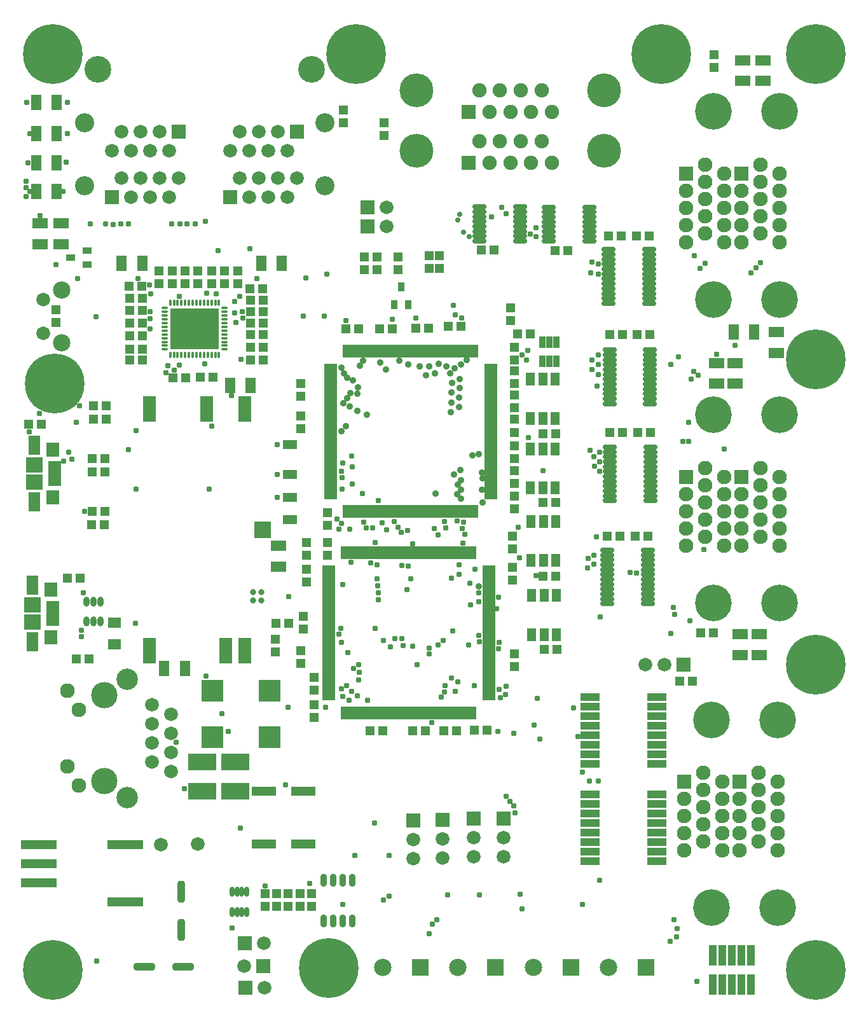
<source format=gts>
G04*
G04 #@! TF.GenerationSoftware,Altium Limited,Altium Designer,20.1.8 (145)*
G04*
G04 Layer_Color=8388736*
%FSLAX25Y25*%
%MOIN*%
G70*
G04*
G04 #@! TF.SameCoordinates,B2AC8D30-3016-4A67-80AC-21C0F90DA472*
G04*
G04*
G04 #@! TF.FilePolarity,Negative*
G04*
G01*
G75*
%ADD19R,0.04940X0.04940*%
%ADD20R,0.04940X0.04940*%
G04:AMPARAMS|DCode=21|XSize=69.87mil|YSize=23.02mil|CornerRadius=7.38mil|HoleSize=0mil|Usage=FLASHONLY|Rotation=90.000|XOffset=0mil|YOffset=0mil|HoleType=Round|Shape=RoundedRectangle|*
%AMROUNDEDRECTD21*
21,1,0.06987,0.00827,0,0,90.0*
21,1,0.05512,0.02302,0,0,90.0*
1,1,0.01476,0.00413,0.02756*
1,1,0.01476,0.00413,-0.02756*
1,1,0.01476,-0.00413,-0.02756*
1,1,0.01476,-0.00413,0.02756*
%
%ADD21ROUNDEDRECTD21*%
G04:AMPARAMS|DCode=22|XSize=69.87mil|YSize=23.02mil|CornerRadius=7.38mil|HoleSize=0mil|Usage=FLASHONLY|Rotation=180.000|XOffset=0mil|YOffset=0mil|HoleType=Round|Shape=RoundedRectangle|*
%AMROUNDEDRECTD22*
21,1,0.06987,0.00827,0,0,180.0*
21,1,0.05512,0.02302,0,0,180.0*
1,1,0.01476,-0.02756,0.00413*
1,1,0.01476,0.02756,0.00413*
1,1,0.01476,0.02756,-0.00413*
1,1,0.01476,-0.02756,-0.00413*
%
%ADD22ROUNDEDRECTD22*%
G04:AMPARAMS|DCode=23|XSize=114.36mil|YSize=37.59mil|CornerRadius=12.4mil|HoleSize=0mil|Usage=FLASHONLY|Rotation=0.000|XOffset=0mil|YOffset=0mil|HoleType=Round|Shape=RoundedRectangle|*
%AMROUNDEDRECTD23*
21,1,0.11436,0.01280,0,0,0.0*
21,1,0.08957,0.03759,0,0,0.0*
1,1,0.02480,0.04478,-0.00640*
1,1,0.02480,-0.04478,-0.00640*
1,1,0.02480,-0.04478,0.00640*
1,1,0.02480,0.04478,0.00640*
%
%ADD23ROUNDEDRECTD23*%
G04:AMPARAMS|DCode=24|XSize=114.36mil|YSize=37.59mil|CornerRadius=12.4mil|HoleSize=0mil|Usage=FLASHONLY|Rotation=90.000|XOffset=0mil|YOffset=0mil|HoleType=Round|Shape=RoundedRectangle|*
%AMROUNDEDRECTD24*
21,1,0.11436,0.01280,0,0,90.0*
21,1,0.08957,0.03759,0,0,90.0*
1,1,0.02480,0.00640,0.04478*
1,1,0.02480,0.00640,-0.04478*
1,1,0.02480,-0.00640,-0.04478*
1,1,0.02480,-0.00640,0.04478*
%
%ADD24ROUNDEDRECTD24*%
%ADD25R,0.05137X0.07106*%
%ADD26R,0.07499X0.05137*%
%ADD27R,0.05728X0.07893*%
%ADD28R,0.10200X0.04200*%
%ADD29R,0.06987X0.05570*%
%ADD30R,0.07893X0.05728*%
%ADD31O,0.07499X0.02775*%
%ADD32O,0.03562X0.06909*%
%ADD33O,0.01378X0.03543*%
%ADD34O,0.03543X0.01378*%
%ADD35R,0.25591X0.21260*%
%ADD36R,0.06712X0.07499*%
%ADD37R,0.06318X0.10255*%
%ADD38R,0.08680X0.08287*%
%ADD39R,0.06515X0.02775*%
%ADD40O,0.03562X0.05137*%
%ADD41O,0.02775X0.05334*%
%ADD42R,0.06712X0.13798*%
%ADD43R,0.08680X0.09074*%
%ADD44R,0.03562X0.05924*%
%ADD45R,0.18917X0.05137*%
%ADD46R,0.04192X0.10649*%
%ADD47R,0.14700X0.08700*%
%ADD48R,0.11830X0.11830*%
%ADD49R,0.03562X0.05137*%
%ADD50R,0.13011X0.05137*%
%ADD51R,0.04547X0.03562*%
%ADD52C,0.09074*%
%ADD53R,0.09074X0.09074*%
%ADD54C,0.17735*%
%ADD55C,0.07200*%
%ADD56R,0.07200X0.07200*%
%ADD57R,0.07200X0.07200*%
%ADD58C,0.07600*%
%ADD59R,0.07600X0.07600*%
%ADD60C,0.19200*%
%ADD61C,0.07700*%
%ADD62C,0.13800*%
%ADD63C,0.11200*%
%ADD64C,0.13995*%
%ADD65C,0.10058*%
%ADD66C,0.07499*%
%ADD67R,0.07499X0.07499*%
%ADD68C,0.04200*%
%ADD69C,0.31200*%
%ADD70C,0.03100*%
%ADD71C,0.03600*%
%ADD72C,0.02900*%
%ADD73C,0.03169*%
D19*
X127946Y389900D02*
D03*
X121254D02*
D03*
X397585Y348905D02*
D03*
X390892D02*
D03*
X469246Y255400D02*
D03*
X462554D02*
D03*
X203646Y414500D02*
D03*
X196953D02*
D03*
X217816Y414825D02*
D03*
X211123D02*
D03*
X154641Y364975D02*
D03*
X161334D02*
D03*
X141555Y309400D02*
D03*
X148248D02*
D03*
X152847Y266900D02*
D03*
X146153D02*
D03*
X358453Y481500D02*
D03*
X365146D02*
D03*
X397246Y480954D02*
D03*
X403939D02*
D03*
X161334Y371975D02*
D03*
X154641D02*
D03*
X161846Y392675D02*
D03*
X155154D02*
D03*
X161846Y399675D02*
D03*
X155154D02*
D03*
X390792Y385205D02*
D03*
X397485D02*
D03*
X391092Y310505D02*
D03*
X397785D02*
D03*
X391492Y272005D02*
D03*
X398185D02*
D03*
X174153Y423679D02*
D03*
X180847D02*
D03*
X174153Y429273D02*
D03*
X180847D02*
D03*
X174153Y449800D02*
D03*
X180847D02*
D03*
X174153Y455900D02*
D03*
X180847D02*
D03*
X244280Y423800D02*
D03*
X237587D02*
D03*
X244280Y430400D02*
D03*
X237587D02*
D03*
X244280Y448958D02*
D03*
X237587D02*
D03*
X244146Y454900D02*
D03*
X237454D02*
D03*
X174153Y443053D02*
D03*
X180847D02*
D03*
X174153Y436300D02*
D03*
X180847D02*
D03*
X173953Y462300D02*
D03*
X180647D02*
D03*
X244280Y443053D02*
D03*
X237587D02*
D03*
X244280Y437147D02*
D03*
X237587D02*
D03*
X244034Y461200D02*
D03*
X237341D02*
D03*
X330847Y440400D02*
D03*
X324153D02*
D03*
X250853Y285700D02*
D03*
X257546D02*
D03*
X305157Y440214D02*
D03*
X311850D02*
D03*
X294342D02*
D03*
X287650D02*
D03*
X347847Y441500D02*
D03*
X341154D02*
D03*
X354954Y229700D02*
D03*
X361647D02*
D03*
X329346Y229400D02*
D03*
X322654D02*
D03*
X307093D02*
D03*
X300400D02*
D03*
X338854Y229410D02*
D03*
X345547D02*
D03*
X161047Y337375D02*
D03*
X154353D02*
D03*
X480446Y280700D02*
D03*
X473753D02*
D03*
X384146Y437300D02*
D03*
X377453D02*
D03*
X447100Y437024D02*
D03*
X440407D02*
D03*
X425840Y436994D02*
D03*
X432533D02*
D03*
X446630Y488798D02*
D03*
X439937D02*
D03*
X425370D02*
D03*
X432063D02*
D03*
X447230Y385683D02*
D03*
X440537D02*
D03*
X425970D02*
D03*
X432663D02*
D03*
X445930Y331300D02*
D03*
X439237D02*
D03*
X424653D02*
D03*
X431347D02*
D03*
X154454Y344475D02*
D03*
X161146D02*
D03*
D20*
X375800Y345559D02*
D03*
Y352252D02*
D03*
Y411455D02*
D03*
Y418148D02*
D03*
Y398753D02*
D03*
Y405446D02*
D03*
Y392558D02*
D03*
Y385865D02*
D03*
X263800Y387833D02*
D03*
Y394526D02*
D03*
X375800Y372085D02*
D03*
Y378778D02*
D03*
X135600Y449946D02*
D03*
Y443254D02*
D03*
X189709Y470282D02*
D03*
Y463589D02*
D03*
X223950Y470282D02*
D03*
Y463589D02*
D03*
X230800Y463666D02*
D03*
Y470359D02*
D03*
X196600Y470282D02*
D03*
Y463589D02*
D03*
X203379Y470282D02*
D03*
Y463589D02*
D03*
X210100Y470359D02*
D03*
Y463666D02*
D03*
X217158Y470359D02*
D03*
Y463666D02*
D03*
X278000Y336953D02*
D03*
Y343647D02*
D03*
X263800Y411447D02*
D03*
Y404753D02*
D03*
X375800Y359154D02*
D03*
Y365846D02*
D03*
X250600Y277246D02*
D03*
Y270553D02*
D03*
X297325Y477746D02*
D03*
Y471054D02*
D03*
X303800Y477746D02*
D03*
Y471054D02*
D03*
X336488Y478246D02*
D03*
Y471553D02*
D03*
X314800Y471054D02*
D03*
Y477746D02*
D03*
X375800Y430291D02*
D03*
Y423598D02*
D03*
X271000Y257464D02*
D03*
Y250771D02*
D03*
X264100Y264550D02*
D03*
Y271243D02*
D03*
X265200Y282707D02*
D03*
Y289400D02*
D03*
X267076Y307328D02*
D03*
Y314021D02*
D03*
X271000Y243046D02*
D03*
Y236353D02*
D03*
X278100Y327971D02*
D03*
Y321278D02*
D03*
X266805D02*
D03*
Y327971D02*
D03*
X375000Y324654D02*
D03*
Y331347D02*
D03*
Y315047D02*
D03*
Y308353D02*
D03*
X376000Y269746D02*
D03*
Y263053D02*
D03*
X480500Y583646D02*
D03*
Y576954D02*
D03*
X245300Y137453D02*
D03*
Y144147D02*
D03*
X251400Y137453D02*
D03*
Y144147D02*
D03*
X373870Y450947D02*
D03*
Y444253D02*
D03*
X331387Y478246D02*
D03*
Y471553D02*
D03*
X257400Y137453D02*
D03*
Y144147D02*
D03*
X269500Y137453D02*
D03*
Y144147D02*
D03*
X263500Y137453D02*
D03*
Y144147D02*
D03*
X307500Y548046D02*
D03*
Y541354D02*
D03*
X286300Y554746D02*
D03*
Y548054D02*
D03*
D21*
X287059Y428266D02*
D03*
X289028D02*
D03*
X290996D02*
D03*
X292965D02*
D03*
X294933D02*
D03*
X296902D02*
D03*
X298870D02*
D03*
X300839D02*
D03*
X302807D02*
D03*
X304776D02*
D03*
X306744D02*
D03*
X308713D02*
D03*
X310681D02*
D03*
X312650D02*
D03*
X314618D02*
D03*
X316587D02*
D03*
X318555D02*
D03*
X320524D02*
D03*
X322492D02*
D03*
X324461D02*
D03*
X326429D02*
D03*
X328398D02*
D03*
X330366D02*
D03*
X332335D02*
D03*
X334303D02*
D03*
X336272D02*
D03*
X338240D02*
D03*
X340209D02*
D03*
X342177D02*
D03*
X344146D02*
D03*
X346114D02*
D03*
X348083D02*
D03*
X350051D02*
D03*
X352020D02*
D03*
X353988D02*
D03*
X355957D02*
D03*
Y344250D02*
D03*
X353988D02*
D03*
X352020D02*
D03*
X350051D02*
D03*
X348083D02*
D03*
X346114D02*
D03*
X344146D02*
D03*
X342177D02*
D03*
X340209D02*
D03*
X338240D02*
D03*
X336272D02*
D03*
X334303D02*
D03*
X332335D02*
D03*
X330366D02*
D03*
X328398D02*
D03*
X326429D02*
D03*
X324461D02*
D03*
X322492D02*
D03*
X320524D02*
D03*
X318555D02*
D03*
X316587D02*
D03*
X314618D02*
D03*
X312650D02*
D03*
X310681D02*
D03*
X308713D02*
D03*
X306744D02*
D03*
X304776D02*
D03*
X302807D02*
D03*
X300839D02*
D03*
X298870D02*
D03*
X296902D02*
D03*
X294933D02*
D03*
X292965D02*
D03*
X290996D02*
D03*
X289028D02*
D03*
X287059D02*
D03*
X354928Y238684D02*
D03*
X352959D02*
D03*
X350991D02*
D03*
X349022D02*
D03*
X347054D02*
D03*
X345085D02*
D03*
X343116D02*
D03*
X341148D02*
D03*
X339179D02*
D03*
X337211D02*
D03*
X335243D02*
D03*
X333274D02*
D03*
X331306D02*
D03*
X329337D02*
D03*
X327368D02*
D03*
X325400D02*
D03*
X323431D02*
D03*
X321463D02*
D03*
X319495D02*
D03*
X317526D02*
D03*
X315558D02*
D03*
X313589D02*
D03*
X311620D02*
D03*
X309652D02*
D03*
X307683D02*
D03*
X305715D02*
D03*
X303747D02*
D03*
X301778D02*
D03*
X299810D02*
D03*
X297841D02*
D03*
X295872D02*
D03*
X293904D02*
D03*
X291935D02*
D03*
X289967D02*
D03*
X287998D02*
D03*
X286030D02*
D03*
Y322700D02*
D03*
X287998D02*
D03*
X289967D02*
D03*
X291935D02*
D03*
X293904D02*
D03*
X295872D02*
D03*
X297841D02*
D03*
X299810D02*
D03*
X301778D02*
D03*
X303747D02*
D03*
X305715D02*
D03*
X307683D02*
D03*
X309652D02*
D03*
X311620D02*
D03*
X313589D02*
D03*
X315558D02*
D03*
X317526D02*
D03*
X319495D02*
D03*
X321463D02*
D03*
X323431D02*
D03*
X325400D02*
D03*
X327368D02*
D03*
X329337D02*
D03*
X331306D02*
D03*
X333274D02*
D03*
X335243D02*
D03*
X337211D02*
D03*
X339179D02*
D03*
X341148D02*
D03*
X343116D02*
D03*
X345085D02*
D03*
X347054D02*
D03*
X349022D02*
D03*
X350991D02*
D03*
X352959D02*
D03*
X354928D02*
D03*
D22*
X279500Y351810D02*
D03*
Y353778D02*
D03*
Y355747D02*
D03*
Y357715D02*
D03*
Y359683D02*
D03*
Y361652D02*
D03*
Y363620D02*
D03*
Y365589D02*
D03*
Y367558D02*
D03*
Y369526D02*
D03*
Y371495D02*
D03*
Y373463D02*
D03*
Y375431D02*
D03*
Y377400D02*
D03*
Y379368D02*
D03*
Y381337D02*
D03*
Y383306D02*
D03*
Y385274D02*
D03*
Y387243D02*
D03*
Y389211D02*
D03*
Y391179D02*
D03*
Y393148D02*
D03*
Y395116D02*
D03*
Y397085D02*
D03*
Y399054D02*
D03*
Y401022D02*
D03*
Y402990D02*
D03*
Y404959D02*
D03*
Y406928D02*
D03*
Y408896D02*
D03*
Y410865D02*
D03*
Y412833D02*
D03*
Y414802D02*
D03*
Y416770D02*
D03*
Y418739D02*
D03*
Y420707D02*
D03*
X363516D02*
D03*
Y418739D02*
D03*
Y416770D02*
D03*
Y414802D02*
D03*
Y412833D02*
D03*
Y410865D02*
D03*
Y408896D02*
D03*
Y406928D02*
D03*
Y404959D02*
D03*
Y402990D02*
D03*
Y401022D02*
D03*
Y399054D02*
D03*
Y397085D02*
D03*
Y395116D02*
D03*
Y393148D02*
D03*
Y391179D02*
D03*
Y389211D02*
D03*
Y387243D02*
D03*
Y385274D02*
D03*
Y383306D02*
D03*
Y381337D02*
D03*
Y379368D02*
D03*
Y377400D02*
D03*
Y375431D02*
D03*
Y373463D02*
D03*
Y371495D02*
D03*
Y369526D02*
D03*
Y367558D02*
D03*
Y365589D02*
D03*
Y363620D02*
D03*
Y361652D02*
D03*
Y359683D02*
D03*
Y357715D02*
D03*
Y355747D02*
D03*
Y353778D02*
D03*
Y351810D02*
D03*
X362487Y315141D02*
D03*
Y313172D02*
D03*
Y311204D02*
D03*
Y309235D02*
D03*
Y307267D02*
D03*
Y305298D02*
D03*
Y303330D02*
D03*
Y301361D02*
D03*
Y299393D02*
D03*
Y297424D02*
D03*
Y295456D02*
D03*
Y293487D02*
D03*
Y291519D02*
D03*
Y289550D02*
D03*
Y287582D02*
D03*
Y285613D02*
D03*
Y283645D02*
D03*
Y281676D02*
D03*
Y279708D02*
D03*
Y277739D02*
D03*
Y275771D02*
D03*
Y273802D02*
D03*
Y271834D02*
D03*
Y269865D02*
D03*
Y267897D02*
D03*
Y265928D02*
D03*
Y263960D02*
D03*
Y261991D02*
D03*
Y260023D02*
D03*
Y258054D02*
D03*
Y256086D02*
D03*
Y254117D02*
D03*
Y252149D02*
D03*
Y250180D02*
D03*
Y248212D02*
D03*
Y246243D02*
D03*
X278471D02*
D03*
Y248212D02*
D03*
Y250180D02*
D03*
Y252149D02*
D03*
Y254117D02*
D03*
Y256086D02*
D03*
Y258054D02*
D03*
Y260023D02*
D03*
Y261991D02*
D03*
Y263960D02*
D03*
Y265928D02*
D03*
Y267897D02*
D03*
Y269865D02*
D03*
Y271834D02*
D03*
Y273802D02*
D03*
Y275771D02*
D03*
Y277739D02*
D03*
Y279708D02*
D03*
Y281676D02*
D03*
Y283645D02*
D03*
Y285613D02*
D03*
Y287582D02*
D03*
Y289550D02*
D03*
Y291519D02*
D03*
Y293487D02*
D03*
Y295456D02*
D03*
Y297424D02*
D03*
Y299393D02*
D03*
Y301361D02*
D03*
Y303330D02*
D03*
Y305298D02*
D03*
Y307267D02*
D03*
Y309235D02*
D03*
Y311204D02*
D03*
Y313172D02*
D03*
Y315141D02*
D03*
D23*
X202400Y105600D02*
D03*
X182000D02*
D03*
D24*
X201300Y125200D02*
D03*
Y145200D02*
D03*
D25*
X384442Y356569D02*
D03*
X397434Y377042D02*
D03*
Y356569D02*
D03*
X384442Y377042D02*
D03*
X390938Y356569D02*
D03*
Y377042D02*
D03*
X390838Y413642D02*
D03*
Y393169D02*
D03*
X384342Y413642D02*
D03*
X397334Y393169D02*
D03*
Y413642D02*
D03*
X384342Y393169D02*
D03*
X391538Y300242D02*
D03*
Y279769D02*
D03*
X385042Y300242D02*
D03*
X398034Y279769D02*
D03*
Y300242D02*
D03*
X385042Y279769D02*
D03*
X391138Y339042D02*
D03*
Y318569D02*
D03*
X384642Y339042D02*
D03*
X397634Y318569D02*
D03*
Y339042D02*
D03*
X384642Y318569D02*
D03*
D26*
X258276Y363644D02*
D03*
X258267Y339997D02*
D03*
X258300Y379400D02*
D03*
X258276Y351800D02*
D03*
D27*
X490787Y438313D02*
D03*
X501613D02*
D03*
X192387Y262200D02*
D03*
X203213D02*
D03*
X125187Y527100D02*
D03*
X136013D02*
D03*
X125187Y512200D02*
D03*
X136013D02*
D03*
X125187Y558700D02*
D03*
X136013D02*
D03*
X125187Y542300D02*
D03*
X136013D02*
D03*
X237613Y410500D02*
D03*
X226787D02*
D03*
X180813Y474500D02*
D03*
X169987D02*
D03*
X254013Y474400D02*
D03*
X243187D02*
D03*
D28*
X415600Y232100D02*
D03*
Y237100D02*
D03*
Y242100D02*
D03*
Y227100D02*
D03*
Y222100D02*
D03*
Y217100D02*
D03*
Y212100D02*
D03*
Y247100D02*
D03*
X450600Y217100D02*
D03*
Y212100D02*
D03*
Y247100D02*
D03*
Y242100D02*
D03*
Y237100D02*
D03*
Y222100D02*
D03*
Y227100D02*
D03*
Y232100D02*
D03*
Y180900D02*
D03*
Y175900D02*
D03*
Y170900D02*
D03*
Y185900D02*
D03*
Y190900D02*
D03*
Y195900D02*
D03*
Y160900D02*
D03*
Y165900D02*
D03*
X415600Y195900D02*
D03*
Y160900D02*
D03*
Y165900D02*
D03*
Y170900D02*
D03*
Y175900D02*
D03*
Y190900D02*
D03*
Y185900D02*
D03*
Y180900D02*
D03*
D29*
X166200Y274857D02*
D03*
Y286043D02*
D03*
D30*
X252200Y315487D02*
D03*
Y326313D02*
D03*
X494300Y279888D02*
D03*
Y269061D02*
D03*
X504300Y279888D02*
D03*
Y269061D02*
D03*
X513400Y438313D02*
D03*
Y427487D02*
D03*
X506300Y569887D02*
D03*
Y580713D02*
D03*
X481800Y411387D02*
D03*
Y422213D02*
D03*
X495600Y569887D02*
D03*
Y580713D02*
D03*
X491454Y411387D02*
D03*
Y422213D02*
D03*
X138400Y495313D02*
D03*
Y484487D02*
D03*
X127400Y495313D02*
D03*
Y484487D02*
D03*
D31*
X446630Y453425D02*
D03*
Y455984D02*
D03*
Y458543D02*
D03*
Y461102D02*
D03*
Y463661D02*
D03*
Y466221D02*
D03*
Y468780D02*
D03*
Y471339D02*
D03*
Y473898D02*
D03*
Y476457D02*
D03*
Y479016D02*
D03*
Y481575D02*
D03*
X425370Y453425D02*
D03*
Y455984D02*
D03*
Y458543D02*
D03*
Y461102D02*
D03*
Y463661D02*
D03*
Y466221D02*
D03*
Y468780D02*
D03*
Y471339D02*
D03*
Y473898D02*
D03*
Y476457D02*
D03*
Y479016D02*
D03*
Y481575D02*
D03*
X415330Y485943D02*
D03*
Y488502D02*
D03*
Y491061D02*
D03*
Y493620D02*
D03*
Y496179D02*
D03*
Y498739D02*
D03*
Y501298D02*
D03*
Y503857D02*
D03*
X394070Y485943D02*
D03*
Y488502D02*
D03*
Y491061D02*
D03*
Y493620D02*
D03*
Y496179D02*
D03*
Y498739D02*
D03*
Y501298D02*
D03*
Y503857D02*
D03*
X378930Y486043D02*
D03*
Y488602D02*
D03*
Y491161D02*
D03*
Y493720D02*
D03*
Y496279D02*
D03*
Y498839D02*
D03*
Y501398D02*
D03*
Y503957D02*
D03*
X357670Y486043D02*
D03*
Y488602D02*
D03*
Y491161D02*
D03*
Y493720D02*
D03*
Y496279D02*
D03*
Y498839D02*
D03*
Y501398D02*
D03*
Y503957D02*
D03*
X424670Y324075D02*
D03*
Y321516D02*
D03*
Y318957D02*
D03*
Y316398D02*
D03*
Y313839D02*
D03*
Y311280D02*
D03*
Y308720D02*
D03*
Y306161D02*
D03*
Y303602D02*
D03*
Y301043D02*
D03*
Y298484D02*
D03*
Y295925D02*
D03*
X445930Y324075D02*
D03*
Y321516D02*
D03*
Y318957D02*
D03*
Y316398D02*
D03*
Y313839D02*
D03*
Y311280D02*
D03*
Y308720D02*
D03*
Y306161D02*
D03*
Y303602D02*
D03*
Y301043D02*
D03*
Y298484D02*
D03*
Y295925D02*
D03*
X425970Y378075D02*
D03*
Y375516D02*
D03*
Y372957D02*
D03*
Y370398D02*
D03*
Y367839D02*
D03*
Y365280D02*
D03*
Y362720D02*
D03*
Y360161D02*
D03*
Y357602D02*
D03*
Y355043D02*
D03*
Y352484D02*
D03*
Y349925D02*
D03*
X447230Y378075D02*
D03*
Y375516D02*
D03*
Y372957D02*
D03*
Y370398D02*
D03*
Y367839D02*
D03*
Y365280D02*
D03*
Y362720D02*
D03*
Y360161D02*
D03*
Y357602D02*
D03*
Y355043D02*
D03*
Y352484D02*
D03*
Y349925D02*
D03*
X425840Y428959D02*
D03*
Y426400D02*
D03*
Y423841D02*
D03*
Y421282D02*
D03*
Y418723D02*
D03*
Y416164D02*
D03*
Y413605D02*
D03*
Y411046D02*
D03*
Y408487D02*
D03*
Y405928D02*
D03*
Y403369D02*
D03*
Y400809D02*
D03*
X447100Y428959D02*
D03*
Y426400D02*
D03*
Y423841D02*
D03*
Y421282D02*
D03*
Y418723D02*
D03*
Y416164D02*
D03*
Y413605D02*
D03*
Y411046D02*
D03*
Y408487D02*
D03*
Y405928D02*
D03*
Y403369D02*
D03*
Y400809D02*
D03*
D32*
X291100Y151128D02*
D03*
X286100D02*
D03*
X281100D02*
D03*
X276100D02*
D03*
X291100Y129672D02*
D03*
X286100D02*
D03*
X281100D02*
D03*
X276100D02*
D03*
D33*
X221095Y453781D02*
D03*
X219127D02*
D03*
X217158D02*
D03*
X215190D02*
D03*
X213221D02*
D03*
X211253D02*
D03*
X209284D02*
D03*
X207316D02*
D03*
X205347D02*
D03*
X203379D02*
D03*
X201410D02*
D03*
X199442D02*
D03*
X197473D02*
D03*
X195505D02*
D03*
Y426419D02*
D03*
X197473D02*
D03*
X199442D02*
D03*
X201410D02*
D03*
X203379D02*
D03*
X205347D02*
D03*
X207316D02*
D03*
X209284D02*
D03*
X211253D02*
D03*
X213221D02*
D03*
X215190D02*
D03*
X217158D02*
D03*
X219127D02*
D03*
X221095D02*
D03*
D34*
X192650Y450927D02*
D03*
Y448958D02*
D03*
Y446990D02*
D03*
Y445021D02*
D03*
Y443053D02*
D03*
Y441084D02*
D03*
Y439116D02*
D03*
Y437147D02*
D03*
Y435179D02*
D03*
Y433210D02*
D03*
Y431242D02*
D03*
Y429273D02*
D03*
X223950D02*
D03*
Y431242D02*
D03*
Y433210D02*
D03*
Y435179D02*
D03*
Y437147D02*
D03*
Y439116D02*
D03*
Y441084D02*
D03*
Y443053D02*
D03*
Y445021D02*
D03*
Y446990D02*
D03*
Y448958D02*
D03*
Y450927D02*
D03*
D35*
X208300Y440100D02*
D03*
D36*
X134046Y376871D02*
D03*
Y351674D02*
D03*
X133000Y303497D02*
D03*
Y278300D02*
D03*
D37*
X124400Y379036D02*
D03*
Y349509D02*
D03*
X123354Y305662D02*
D03*
Y276135D02*
D03*
D38*
X124400Y368800D02*
D03*
Y359745D02*
D03*
X123354Y295426D02*
D03*
Y286371D02*
D03*
D39*
X134932Y359154D02*
D03*
Y369391D02*
D03*
Y366831D02*
D03*
Y361713D02*
D03*
Y364272D02*
D03*
X133886Y285780D02*
D03*
Y296017D02*
D03*
Y293458D02*
D03*
Y288339D02*
D03*
Y290898D02*
D03*
D40*
X158940Y297215D02*
D03*
X155200D02*
D03*
X151460D02*
D03*
X158940Y286585D02*
D03*
X155200D02*
D03*
X151460D02*
D03*
D41*
X235639Y144916D02*
D03*
X233080D02*
D03*
X230521D02*
D03*
X227961D02*
D03*
X235639Y134484D02*
D03*
X233080D02*
D03*
X230521D02*
D03*
X227961D02*
D03*
D42*
X184469Y271453D02*
D03*
X224469D02*
D03*
X234469D02*
D03*
Y398147D02*
D03*
X214469D02*
D03*
X184469D02*
D03*
D43*
X243800Y334800D02*
D03*
D44*
X390638Y433047D02*
D03*
X394378D02*
D03*
X398119D02*
D03*
Y423205D02*
D03*
X394378D02*
D03*
X390638D02*
D03*
D45*
X171838Y139800D02*
D03*
Y169800D02*
D03*
X126562D02*
D03*
Y159800D02*
D03*
Y149800D02*
D03*
D46*
X480000Y111777D02*
D03*
X485000D02*
D03*
X490000D02*
D03*
X495000D02*
D03*
X500000D02*
D03*
Y96423D02*
D03*
X495000D02*
D03*
X490000D02*
D03*
X485000D02*
D03*
X480000D02*
D03*
D47*
X229700Y213148D02*
D03*
Y197652D02*
D03*
X212200Y213148D02*
D03*
Y197652D02*
D03*
D48*
X217779Y250490D02*
D03*
X247700Y250400D02*
D03*
X217779Y225991D02*
D03*
X247700D02*
D03*
D49*
X312860Y452751D02*
D03*
X320340D02*
D03*
X316600Y462200D02*
D03*
D50*
X244731Y197700D02*
D03*
X265400D02*
D03*
X244631Y169900D02*
D03*
X265300D02*
D03*
D51*
X143324Y477344D02*
D03*
X151788Y481084D02*
D03*
Y473604D02*
D03*
D52*
X425400Y105400D02*
D03*
X385915D02*
D03*
X346400D02*
D03*
X138603Y460399D02*
D03*
Y432801D02*
D03*
X306815Y105400D02*
D03*
D53*
X445085D02*
D03*
X405600D02*
D03*
X366085D02*
D03*
X326500D02*
D03*
D54*
X324646Y565000D02*
D03*
X423071Y533504D02*
D03*
X324646D02*
D03*
X423071Y565000D02*
D03*
D55*
X338200Y162700D02*
D03*
Y172700D02*
D03*
X323000Y162300D02*
D03*
Y172300D02*
D03*
X354500Y163300D02*
D03*
Y173300D02*
D03*
X370200Y163300D02*
D03*
Y173300D02*
D03*
X444500Y263900D02*
D03*
X454500D02*
D03*
X244500Y118200D02*
D03*
X186000Y243000D02*
D03*
Y233000D02*
D03*
Y223000D02*
D03*
Y213000D02*
D03*
X196000Y208000D02*
D03*
Y218000D02*
D03*
Y228000D02*
D03*
Y238000D02*
D03*
X234400Y105900D02*
D03*
X175000Y509000D02*
D03*
X185000D02*
D03*
X195000D02*
D03*
X200000Y519000D02*
D03*
X190000D02*
D03*
X180000D02*
D03*
X170000D02*
D03*
Y543500D02*
D03*
X180000D02*
D03*
X190000D02*
D03*
X165000Y533500D02*
D03*
X195000D02*
D03*
X185000D02*
D03*
X175000D02*
D03*
X237000Y509000D02*
D03*
X247000D02*
D03*
X257000D02*
D03*
X262000Y519000D02*
D03*
X252000D02*
D03*
X242000D02*
D03*
X232000D02*
D03*
Y543500D02*
D03*
X242000D02*
D03*
X252000D02*
D03*
X257000Y533500D02*
D03*
X247000D02*
D03*
X227000D02*
D03*
X237000D02*
D03*
X209800Y170100D02*
D03*
X190500Y169800D02*
D03*
X128800Y455458D02*
D03*
Y437742D02*
D03*
X244900Y94800D02*
D03*
X308800Y503700D02*
D03*
X308900Y493600D02*
D03*
D56*
X338200Y182700D02*
D03*
X323000Y182300D02*
D03*
X354500Y183300D02*
D03*
X370200D02*
D03*
D57*
X464500Y263900D02*
D03*
X234500Y118200D02*
D03*
X244400Y105900D02*
D03*
X165000Y509000D02*
D03*
X200000Y543500D02*
D03*
X227000Y509000D02*
D03*
X262000Y543500D02*
D03*
X234900Y94800D02*
D03*
X298800Y503700D02*
D03*
X298900Y493600D02*
D03*
D58*
X505000Y331000D02*
D03*
Y349000D02*
D03*
Y340000D02*
D03*
Y358000D02*
D03*
Y367000D02*
D03*
X495000Y335500D02*
D03*
Y344500D02*
D03*
Y353500D02*
D03*
Y326500D02*
D03*
X515000D02*
D03*
Y353500D02*
D03*
Y362500D02*
D03*
Y344500D02*
D03*
Y335500D02*
D03*
X486000D02*
D03*
Y344500D02*
D03*
Y362500D02*
D03*
Y353500D02*
D03*
Y326500D02*
D03*
X466000D02*
D03*
Y353500D02*
D03*
Y344500D02*
D03*
Y335500D02*
D03*
X476000Y367000D02*
D03*
Y358000D02*
D03*
Y340000D02*
D03*
Y349000D02*
D03*
Y331000D02*
D03*
X504000Y171300D02*
D03*
Y189300D02*
D03*
Y180300D02*
D03*
Y198300D02*
D03*
Y207300D02*
D03*
X494000Y175800D02*
D03*
Y184800D02*
D03*
Y193800D02*
D03*
Y166800D02*
D03*
X514000D02*
D03*
Y193800D02*
D03*
Y202800D02*
D03*
Y184800D02*
D03*
Y175800D02*
D03*
X485000D02*
D03*
Y184800D02*
D03*
Y202800D02*
D03*
Y193800D02*
D03*
Y166800D02*
D03*
X465000D02*
D03*
Y193800D02*
D03*
Y184800D02*
D03*
Y175800D02*
D03*
X475000Y207300D02*
D03*
Y198300D02*
D03*
Y180300D02*
D03*
Y189300D02*
D03*
Y171300D02*
D03*
X505000Y490000D02*
D03*
Y508000D02*
D03*
Y499000D02*
D03*
Y517000D02*
D03*
Y526000D02*
D03*
X495000Y494500D02*
D03*
Y503500D02*
D03*
Y512500D02*
D03*
Y485500D02*
D03*
X515000D02*
D03*
Y512500D02*
D03*
Y521500D02*
D03*
Y503500D02*
D03*
Y494500D02*
D03*
X486000D02*
D03*
Y503500D02*
D03*
Y521500D02*
D03*
Y512500D02*
D03*
Y485500D02*
D03*
X466000D02*
D03*
Y512500D02*
D03*
Y503500D02*
D03*
Y494500D02*
D03*
X476000Y526000D02*
D03*
Y517000D02*
D03*
Y499000D02*
D03*
Y508000D02*
D03*
Y490000D02*
D03*
D59*
X495000Y362500D02*
D03*
X466000D02*
D03*
X494000Y202800D02*
D03*
X465000D02*
D03*
X495000Y521500D02*
D03*
X466000D02*
D03*
D60*
X480354Y394900D02*
D03*
X515000D02*
D03*
Y296500D02*
D03*
X480354D02*
D03*
X479354Y235200D02*
D03*
X514000D02*
D03*
Y136800D02*
D03*
X479354D02*
D03*
X480354Y553900D02*
D03*
X515000D02*
D03*
Y455500D02*
D03*
X480354D02*
D03*
D61*
X147700Y240400D02*
D03*
X141700Y250400D02*
D03*
X147700Y200600D02*
D03*
X141700Y210600D02*
D03*
D62*
X161000Y203000D02*
D03*
Y248000D02*
D03*
D63*
X173000Y256500D02*
D03*
Y194500D02*
D03*
D64*
X157500Y576000D02*
D03*
X269500D02*
D03*
D65*
X276500Y515000D02*
D03*
Y548000D02*
D03*
X150500D02*
D03*
Y515000D02*
D03*
D66*
X368406Y538386D02*
D03*
X357500D02*
D03*
X379311D02*
D03*
X390216D02*
D03*
X395669Y527205D02*
D03*
X384764D02*
D03*
X362953D02*
D03*
X373858D02*
D03*
Y553819D02*
D03*
X362953D02*
D03*
X384764D02*
D03*
X395669D02*
D03*
X390216Y565000D02*
D03*
X379311D02*
D03*
X357500D02*
D03*
X368406D02*
D03*
D67*
X352047Y527205D02*
D03*
Y553819D02*
D03*
D68*
X143642Y110005D02*
D03*
X139706Y94257D02*
D03*
X123958Y98194D02*
D03*
X139706Y113943D02*
D03*
X143642Y98194D02*
D03*
X127894Y94257D02*
D03*
Y113943D02*
D03*
X123958Y110005D02*
D03*
X122550Y104100D02*
D03*
X133800Y92850D02*
D03*
X145050Y104100D02*
D03*
X133800Y115350D02*
D03*
X543843Y270106D02*
D03*
X539906Y254358D02*
D03*
X524157Y258295D02*
D03*
X539906Y274043D02*
D03*
X543843Y258295D02*
D03*
X528094Y254358D02*
D03*
Y274043D02*
D03*
X524157Y270106D02*
D03*
X522750Y264200D02*
D03*
X534000Y252950D02*
D03*
X545250Y264200D02*
D03*
X534000Y275450D02*
D03*
X293000Y595250D02*
D03*
X304250Y584000D02*
D03*
X293000Y572750D02*
D03*
X281750Y584000D02*
D03*
X283157Y589906D02*
D03*
X287094Y593843D02*
D03*
Y574157D02*
D03*
X302842Y578094D02*
D03*
X298905Y593843D02*
D03*
X283157Y578094D02*
D03*
X298905Y574157D02*
D03*
X302842Y589906D02*
D03*
X278700Y116150D02*
D03*
X289950Y104900D02*
D03*
X278700Y93650D02*
D03*
X267450Y104900D02*
D03*
X268858Y110805D02*
D03*
X272795Y114743D02*
D03*
Y95057D02*
D03*
X288543Y98994D02*
D03*
X284606Y114743D02*
D03*
X268858Y98994D02*
D03*
X284606Y95057D02*
D03*
X288543Y110805D02*
D03*
X534000Y115450D02*
D03*
X545250Y104200D02*
D03*
X534000Y92950D02*
D03*
X522750Y104200D02*
D03*
X524157Y110106D02*
D03*
X528094Y114042D02*
D03*
Y94358D02*
D03*
X543843Y98295D02*
D03*
X539906Y114042D02*
D03*
X524157Y98295D02*
D03*
X539906Y94358D02*
D03*
X543843Y110106D02*
D03*
X144843Y417406D02*
D03*
X140905Y401657D02*
D03*
X125157Y405594D02*
D03*
X140905Y421343D02*
D03*
X144843Y405594D02*
D03*
X129095Y401657D02*
D03*
Y421343D02*
D03*
X125157Y417406D02*
D03*
X123750Y411500D02*
D03*
X135000Y400250D02*
D03*
X146250Y411500D02*
D03*
X135000Y422750D02*
D03*
X143842Y589906D02*
D03*
X139906Y574157D02*
D03*
X124158Y578094D02*
D03*
X139906Y593843D02*
D03*
X143842Y578094D02*
D03*
X128094Y574157D02*
D03*
Y593843D02*
D03*
X124158Y589906D02*
D03*
X122750Y584000D02*
D03*
X134000Y572750D02*
D03*
X145250Y584000D02*
D03*
X134000Y595250D02*
D03*
X462843Y589906D02*
D03*
X458906Y574157D02*
D03*
X443157Y578094D02*
D03*
X458906Y593843D02*
D03*
X462843Y578094D02*
D03*
X447094Y574157D02*
D03*
Y593843D02*
D03*
X443157Y589906D02*
D03*
X441750Y584000D02*
D03*
X453000Y572750D02*
D03*
X464250Y584000D02*
D03*
X453000Y595250D02*
D03*
X543843Y430105D02*
D03*
X539906Y414358D02*
D03*
X524157Y418294D02*
D03*
X539906Y434043D02*
D03*
X543843Y418294D02*
D03*
X528094Y414358D02*
D03*
Y434043D02*
D03*
X524157Y430105D02*
D03*
X522750Y424200D02*
D03*
X534000Y412950D02*
D03*
X545250Y424200D02*
D03*
X534000Y435450D02*
D03*
X543937Y590063D02*
D03*
X540000Y574315D02*
D03*
X524252Y578252D02*
D03*
X540000Y594000D02*
D03*
X543937Y578252D02*
D03*
X528189Y574315D02*
D03*
Y594000D02*
D03*
X524252Y590063D02*
D03*
X522845Y584158D02*
D03*
X534094Y572907D02*
D03*
X545344Y584158D02*
D03*
X534094Y595407D02*
D03*
D69*
X133800Y104100D02*
D03*
X534000Y264200D02*
D03*
X293000Y584000D02*
D03*
X278700Y104900D02*
D03*
X534000Y104200D02*
D03*
X135000Y411500D02*
D03*
X134000Y584000D02*
D03*
X453000D02*
D03*
X534000Y424200D02*
D03*
X534094Y584158D02*
D03*
D70*
X214354Y258200D02*
D03*
X198500Y223289D02*
D03*
X348300Y445583D02*
D03*
X344000Y452500D02*
D03*
X345100Y447400D02*
D03*
X461389Y125577D02*
D03*
X459695Y130383D02*
D03*
X120000Y509247D02*
D03*
Y514000D02*
D03*
X120000Y517500D02*
D03*
X127400Y499500D02*
D03*
X383396Y382929D02*
D03*
X277500Y468700D02*
D03*
X294309Y256086D02*
D03*
X287998Y253000D02*
D03*
X294500Y260000D02*
D03*
X291739Y261991D02*
D03*
X294400Y264100D02*
D03*
X288456Y270297D02*
D03*
X378100Y335975D02*
D03*
X382257Y423873D02*
D03*
X379858Y426325D02*
D03*
X121623Y385931D02*
D03*
X149100Y282013D02*
D03*
Y278813D02*
D03*
X268600Y149400D02*
D03*
X257515Y299700D02*
D03*
X255800Y201175D02*
D03*
X226000Y229060D02*
D03*
X222500Y238509D02*
D03*
X306513Y338239D02*
D03*
X308940Y334667D02*
D03*
X313081Y339119D02*
D03*
X316485Y333341D02*
D03*
X302807Y327971D02*
D03*
X304000Y316500D02*
D03*
X317000Y316000D02*
D03*
X320408Y315857D02*
D03*
X322535Y327436D02*
D03*
X300658Y317303D02*
D03*
X349151Y338651D02*
D03*
X346000Y339500D02*
D03*
X339400Y339113D02*
D03*
X340009Y335590D02*
D03*
X348581Y335455D02*
D03*
X355321Y314172D02*
D03*
X346822Y316372D02*
D03*
X324153Y445833D02*
D03*
X311850Y445000D02*
D03*
X229793Y443284D02*
D03*
X233695Y445605D02*
D03*
X229200Y454400D02*
D03*
X337643Y247005D02*
D03*
X339200Y249800D02*
D03*
X345000Y250094D02*
D03*
X343116Y257000D02*
D03*
X346394Y255117D02*
D03*
X204200Y495100D02*
D03*
X208600D02*
D03*
X214000Y496452D02*
D03*
X178500Y466500D02*
D03*
X165463Y494663D02*
D03*
X491454Y431325D02*
D03*
X343116Y309235D02*
D03*
X347054Y311273D02*
D03*
X357408Y279476D02*
D03*
X357600Y276002D02*
D03*
X368651Y246572D02*
D03*
X380000Y136065D02*
D03*
X287650Y444477D02*
D03*
X349022Y327600D02*
D03*
X350051Y332400D02*
D03*
X471600Y98100D02*
D03*
X378711Y320000D02*
D03*
X277000Y241563D02*
D03*
X310200Y164133D02*
D03*
X389400Y225051D02*
D03*
X126820Y395779D02*
D03*
X173775Y376775D02*
D03*
X150546Y344475D02*
D03*
X148003Y399675D02*
D03*
X390938Y365609D02*
D03*
X156601Y446300D02*
D03*
X146250Y390900D02*
D03*
X135600Y473604D02*
D03*
X375700Y228200D02*
D03*
X407000Y241500D02*
D03*
X383000Y428725D02*
D03*
X307415Y140800D02*
D03*
X411577Y138525D02*
D03*
X420637Y150898D02*
D03*
X331353Y272864D02*
D03*
X336000Y274286D02*
D03*
X338500Y276700D02*
D03*
X233286Y448950D02*
D03*
X319495Y303330D02*
D03*
X321463Y308899D02*
D03*
X285600Y356083D02*
D03*
X320022Y334539D02*
D03*
X290996Y358700D02*
D03*
X304776Y350114D02*
D03*
X314850Y336092D02*
D03*
X335809Y331906D02*
D03*
X285248Y365357D02*
D03*
X296200Y353800D02*
D03*
X285726Y362084D02*
D03*
X286000Y369800D02*
D03*
X298200Y335600D02*
D03*
X296902Y338685D02*
D03*
X290776Y373463D02*
D03*
X290996Y367558D02*
D03*
X284105Y335134D02*
D03*
X289786D02*
D03*
X301778Y335600D02*
D03*
X282800Y340300D02*
D03*
X285304Y338100D02*
D03*
X334072Y335455D02*
D03*
X193170Y416898D02*
D03*
X387300Y488400D02*
D03*
X310427Y142640D02*
D03*
X220500Y480887D02*
D03*
X147000Y466300D02*
D03*
X121000Y527100D02*
D03*
X121900Y542300D02*
D03*
X121850Y512200D02*
D03*
X157100Y108800D02*
D03*
X232600Y424200D02*
D03*
X213682Y421675D02*
D03*
X332682Y233800D02*
D03*
X375600Y190000D02*
D03*
X371600Y195197D02*
D03*
X373495Y192507D02*
D03*
X386180Y232323D02*
D03*
X415302Y203130D02*
D03*
X411600Y207700D02*
D03*
X331246Y123200D02*
D03*
X333000Y128200D02*
D03*
X419800Y203130D02*
D03*
X376300Y186300D02*
D03*
X302521Y181149D02*
D03*
X177400Y285600D02*
D03*
X203000Y199200D02*
D03*
X324959Y263959D02*
D03*
X216068Y356166D02*
D03*
X257365Y241553D02*
D03*
X227829Y126003D02*
D03*
X217446Y389200D02*
D03*
X177500Y356166D02*
D03*
Y386800D02*
D03*
X290656Y249895D02*
D03*
X285177Y251282D02*
D03*
X289184Y245300D02*
D03*
X285847Y247500D02*
D03*
X371300Y248400D02*
D03*
X371600Y252800D02*
D03*
X352630Y306865D02*
D03*
X251700Y351810D02*
D03*
X143800Y371785D02*
D03*
X139678Y370725D02*
D03*
X461100Y121448D02*
D03*
X387200Y310700D02*
D03*
X231871Y456899D02*
D03*
X219607Y458363D02*
D03*
X214583Y458860D02*
D03*
X200200Y457200D02*
D03*
X237162Y481917D02*
D03*
X227600Y404900D02*
D03*
X251700Y363644D02*
D03*
X229268Y448527D02*
D03*
X184500Y463100D02*
D03*
X194200Y420600D02*
D03*
X197700Y418400D02*
D03*
X241099Y466500D02*
D03*
X276254Y446600D02*
D03*
X265190D02*
D03*
X266600Y466600D02*
D03*
X139371Y512200D02*
D03*
X140971Y527300D02*
D03*
X141625Y542300D02*
D03*
X153600Y495100D02*
D03*
X184853Y448900D02*
D03*
X185353Y458500D02*
D03*
X169600Y495100D02*
D03*
X173600D02*
D03*
X141625Y558700D02*
D03*
X464200Y381200D02*
D03*
X458000Y421282D02*
D03*
X462100Y425400D02*
D03*
X468100Y286900D02*
D03*
X302963Y283196D02*
D03*
X285101D02*
D03*
X284087Y280161D02*
D03*
X343500Y281676D02*
D03*
X285200Y275695D02*
D03*
X420000Y468780D02*
D03*
X419800Y421282D02*
D03*
X416700Y418723D02*
D03*
X419800Y426400D02*
D03*
Y416164D02*
D03*
X416700Y423841D02*
D03*
X417828Y368066D02*
D03*
X420607Y365287D02*
D03*
X420600Y370398D02*
D03*
X417600Y372957D02*
D03*
X436493Y312400D02*
D03*
X440100Y312000D02*
D03*
X476000Y474500D02*
D03*
X470300Y478500D02*
D03*
X473300Y471835D02*
D03*
X486000Y376900D02*
D03*
X467400Y381200D02*
D03*
X499874Y469518D02*
D03*
X469977Y417777D02*
D03*
X472400Y415600D02*
D03*
X467400Y390889D02*
D03*
X468500Y413605D02*
D03*
X481800Y426700D02*
D03*
X504928Y474572D02*
D03*
X502478Y472122D02*
D03*
X457900Y280271D02*
D03*
X459900Y290400D02*
D03*
X475169Y324404D02*
D03*
X307300Y276800D02*
D03*
X304598Y297917D02*
D03*
X286030Y306000D02*
D03*
X290290Y317879D02*
D03*
X304781Y301681D02*
D03*
X304100Y308899D02*
D03*
X304300Y305298D02*
D03*
X310900Y273475D02*
D03*
X459200Y293900D02*
D03*
X371658Y500400D02*
D03*
X363846Y498839D02*
D03*
X251700Y379400D02*
D03*
X317099Y277676D02*
D03*
X313300Y277700D02*
D03*
X317678Y274000D02*
D03*
X331200Y269600D02*
D03*
X299000Y245300D02*
D03*
X292447Y164133D02*
D03*
X293464Y247695D02*
D03*
X322700Y273700D02*
D03*
X367500Y272265D02*
D03*
Y299400D02*
D03*
X357408Y301593D02*
D03*
Y297193D02*
D03*
X366700Y293500D02*
D03*
X352959Y295456D02*
D03*
X367300Y228900D02*
D03*
X339600Y253000D02*
D03*
X457600Y119000D02*
D03*
X357600Y143400D02*
D03*
X351808Y274286D02*
D03*
X368068Y275771D02*
D03*
X387915Y246536D02*
D03*
X378800Y143643D02*
D03*
X368100Y250987D02*
D03*
X142180Y375252D02*
D03*
X414200Y314811D02*
D03*
X414552Y319852D02*
D03*
X417600Y321516D02*
D03*
X420600Y375516D02*
D03*
X415700Y376500D02*
D03*
X415924Y469391D02*
D03*
X232205Y178404D02*
D03*
X286100Y138221D02*
D03*
X245300Y148015D02*
D03*
X420000Y473898D02*
D03*
X416700Y475200D02*
D03*
X417600Y316757D02*
D03*
X421100Y288900D02*
D03*
X419000Y331000D02*
D03*
X419300Y409900D02*
D03*
X387400Y492911D02*
D03*
X384227Y489861D02*
D03*
X335302Y130500D02*
D03*
X354968Y253134D02*
D03*
X409200Y226261D02*
D03*
X341000Y143400D02*
D03*
X200300Y421187D02*
D03*
X200700Y495100D02*
D03*
X185001Y445253D02*
D03*
X184853Y440200D02*
D03*
X161700Y495100D02*
D03*
X196400D02*
D03*
X120300Y558700D02*
D03*
X149900Y301700D02*
D03*
X369300Y503800D02*
D03*
D71*
X359370Y349034D02*
D03*
X357308Y305005D02*
D03*
X348084Y351100D02*
D03*
X346065Y353319D02*
D03*
X353800Y373600D02*
D03*
X296486Y423400D02*
D03*
X315600D02*
D03*
X293600Y406200D02*
D03*
X286400Y401200D02*
D03*
X336403Y421600D02*
D03*
X305600Y422300D02*
D03*
X326429Y420272D02*
D03*
X359100Y355800D02*
D03*
X291123Y412900D02*
D03*
X288367Y414413D02*
D03*
X308713Y418875D02*
D03*
X289600Y399300D02*
D03*
X287600Y388900D02*
D03*
X342400Y416816D02*
D03*
X294933Y420707D02*
D03*
X285230Y419625D02*
D03*
X329700Y415776D02*
D03*
X359200Y361700D02*
D03*
X288166Y403830D02*
D03*
X320192Y421302D02*
D03*
X348083Y421219D02*
D03*
X331387Y420272D02*
D03*
X294093Y409427D02*
D03*
X289900Y406500D02*
D03*
X293721Y397085D02*
D03*
X334303Y416700D02*
D03*
X298500Y394985D02*
D03*
X344500Y419403D02*
D03*
X358936Y364688D02*
D03*
X350800Y423600D02*
D03*
X340209Y420272D02*
D03*
X357221Y374321D02*
D03*
X286511Y416770D02*
D03*
X285258Y386300D02*
D03*
X342500Y396300D02*
D03*
X334771Y353878D02*
D03*
X346217Y358376D02*
D03*
X348084Y355747D02*
D03*
X344146Y363620D02*
D03*
X348083Y360725D02*
D03*
X347600Y365900D02*
D03*
X343300Y411698D02*
D03*
X347100Y399054D02*
D03*
X342936Y401461D02*
D03*
X347100Y404000D02*
D03*
X342900Y406600D02*
D03*
X347253Y408896D02*
D03*
Y413798D02*
D03*
D72*
X352220Y488343D02*
D03*
X349253Y490740D02*
D03*
X347230Y499900D02*
D03*
X346429Y497000D02*
D03*
D73*
X239035Y302065D02*
D03*
Y297735D02*
D03*
X243365Y302065D02*
D03*
Y297735D02*
D03*
M02*

</source>
